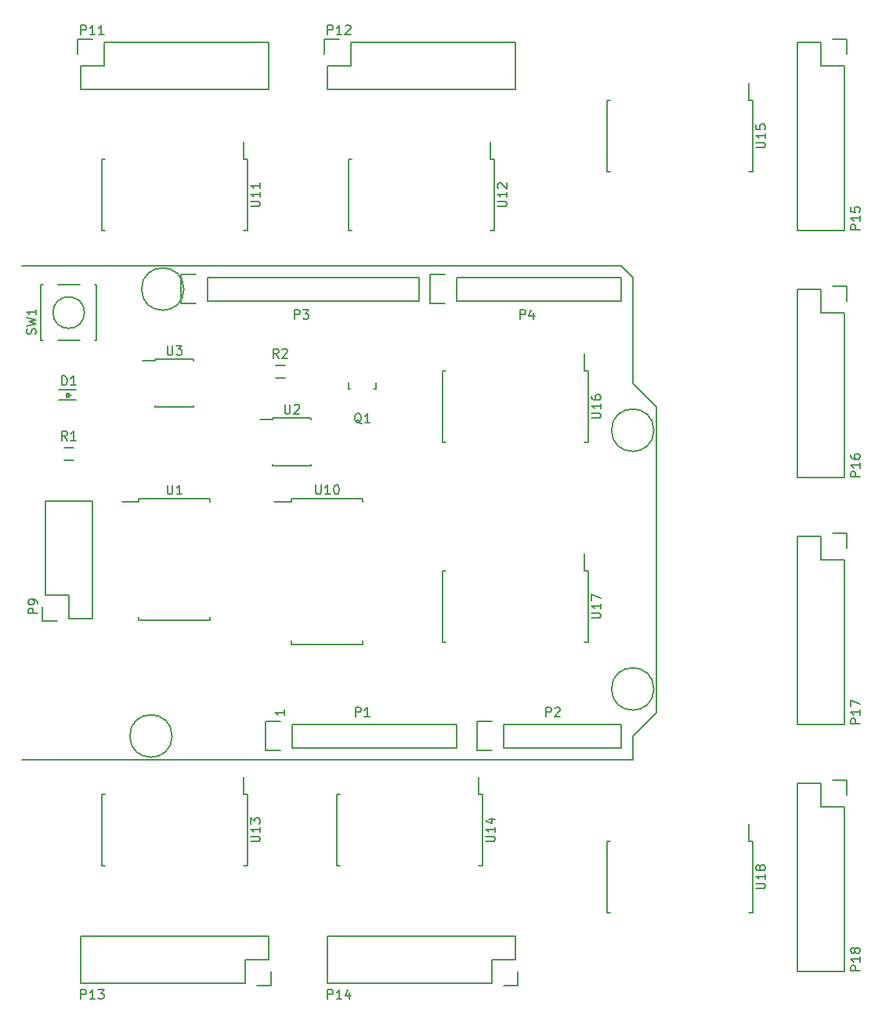
<source format=gbr>
G04 #@! TF.FileFunction,Legend,Top*
%FSLAX46Y46*%
G04 Gerber Fmt 4.6, Leading zero omitted, Abs format (unit mm)*
G04 Created by KiCad (PCBNEW 4.0.1-stable) date 2016-04-15 14:26:27*
%MOMM*%
G01*
G04 APERTURE LIST*
%ADD10C,0.100000*%
%ADD11C,0.150000*%
G04 APERTURE END LIST*
D10*
D11*
X94488000Y-120015000D02*
X28448000Y-120015000D01*
X93218000Y-66675000D02*
X28448000Y-66675000D01*
X94488000Y-67945000D02*
X93218000Y-66675000D01*
X94488000Y-79375000D02*
X94488000Y-67945000D01*
X97028000Y-81915000D02*
X94488000Y-79375000D01*
X97028000Y-114935000D02*
X97028000Y-81915000D01*
X94488000Y-117475000D02*
X97028000Y-114935000D01*
X94488000Y-120015000D02*
X94488000Y-117475000D01*
X56840381Y-114649285D02*
X56840381Y-115220714D01*
X56840381Y-114935000D02*
X55840381Y-114935000D01*
X55983238Y-115030238D01*
X56078476Y-115125476D01*
X56126095Y-115220714D01*
X57658000Y-118745000D02*
X75438000Y-118745000D01*
X75438000Y-118745000D02*
X75438000Y-116205000D01*
X75438000Y-116205000D02*
X57658000Y-116205000D01*
X54838000Y-119025000D02*
X56388000Y-119025000D01*
X57658000Y-118745000D02*
X57658000Y-116205000D01*
X56388000Y-115925000D02*
X54838000Y-115925000D01*
X54838000Y-115925000D02*
X54838000Y-119025000D01*
X80518000Y-118745000D02*
X93218000Y-118745000D01*
X93218000Y-118745000D02*
X93218000Y-116205000D01*
X93218000Y-116205000D02*
X80518000Y-116205000D01*
X77698000Y-119025000D02*
X79248000Y-119025000D01*
X80518000Y-118745000D02*
X80518000Y-116205000D01*
X79248000Y-115925000D02*
X77698000Y-115925000D01*
X77698000Y-115925000D02*
X77698000Y-119025000D01*
X48514000Y-70485000D02*
X71374000Y-70485000D01*
X71374000Y-70485000D02*
X71374000Y-67945000D01*
X71374000Y-67945000D02*
X48514000Y-67945000D01*
X45694000Y-70765000D02*
X47244000Y-70765000D01*
X48514000Y-70485000D02*
X48514000Y-67945000D01*
X47244000Y-67665000D02*
X45694000Y-67665000D01*
X45694000Y-67665000D02*
X45694000Y-70765000D01*
X75438000Y-70485000D02*
X93218000Y-70485000D01*
X93218000Y-70485000D02*
X93218000Y-67945000D01*
X93218000Y-67945000D02*
X75438000Y-67945000D01*
X72618000Y-70765000D02*
X74168000Y-70765000D01*
X75438000Y-70485000D02*
X75438000Y-67945000D01*
X74168000Y-67665000D02*
X72618000Y-67665000D01*
X72618000Y-67665000D02*
X72618000Y-70765000D01*
X44704000Y-117475000D02*
G75*
G03X44704000Y-117475000I-2286000J0D01*
G01*
X96774000Y-112395000D02*
G75*
G03X96774000Y-112395000I-2286000J0D01*
G01*
X45974000Y-69215000D02*
G75*
G03X45974000Y-69215000I-2286000J0D01*
G01*
X96774000Y-84455000D02*
G75*
G03X96774000Y-84455000I-2286000J0D01*
G01*
X55118000Y-47625000D02*
X34798000Y-47625000D01*
X37338000Y-42545000D02*
X55118000Y-42545000D01*
X55118000Y-47625000D02*
X55118000Y-42545000D01*
X34798000Y-47625000D02*
X34798000Y-45085000D01*
X36068000Y-42265000D02*
X34518000Y-42265000D01*
X34798000Y-45085000D02*
X37338000Y-45085000D01*
X37338000Y-45085000D02*
X37338000Y-42545000D01*
X34518000Y-42265000D02*
X34518000Y-43815000D01*
X81788000Y-47625000D02*
X61468000Y-47625000D01*
X64008000Y-42545000D02*
X81788000Y-42545000D01*
X81788000Y-47625000D02*
X81788000Y-42545000D01*
X61468000Y-47625000D02*
X61468000Y-45085000D01*
X62738000Y-42265000D02*
X61188000Y-42265000D01*
X61468000Y-45085000D02*
X64008000Y-45085000D01*
X64008000Y-45085000D02*
X64008000Y-42545000D01*
X61188000Y-42265000D02*
X61188000Y-43815000D01*
X34798000Y-139065000D02*
X55118000Y-139065000D01*
X52578000Y-144145000D02*
X34798000Y-144145000D01*
X34798000Y-139065000D02*
X34798000Y-144145000D01*
X55118000Y-139065000D02*
X55118000Y-141605000D01*
X53848000Y-144425000D02*
X55398000Y-144425000D01*
X55118000Y-141605000D02*
X52578000Y-141605000D01*
X52578000Y-141605000D02*
X52578000Y-144145000D01*
X55398000Y-144425000D02*
X55398000Y-142875000D01*
X41083000Y-91850000D02*
X41083000Y-92185000D01*
X48833000Y-91850000D02*
X48833000Y-92185000D01*
X48833000Y-105000000D02*
X48833000Y-104665000D01*
X41083000Y-105000000D02*
X41083000Y-104665000D01*
X41083000Y-91850000D02*
X48833000Y-91850000D01*
X41083000Y-105000000D02*
X48833000Y-105000000D01*
X41083000Y-92185000D02*
X39283000Y-92185000D01*
X55583000Y-83150000D02*
X55583000Y-83295000D01*
X59733000Y-83150000D02*
X59733000Y-83295000D01*
X59733000Y-88300000D02*
X59733000Y-88155000D01*
X55583000Y-88300000D02*
X55583000Y-88155000D01*
X55583000Y-83150000D02*
X59733000Y-83150000D01*
X55583000Y-88300000D02*
X59733000Y-88300000D01*
X55583000Y-83295000D02*
X54183000Y-83295000D01*
X61468000Y-139065000D02*
X81788000Y-139065000D01*
X79248000Y-144145000D02*
X61468000Y-144145000D01*
X61468000Y-139065000D02*
X61468000Y-144145000D01*
X81788000Y-139065000D02*
X81788000Y-141605000D01*
X80518000Y-144425000D02*
X82068000Y-144425000D01*
X81788000Y-141605000D02*
X79248000Y-141605000D01*
X79248000Y-141605000D02*
X79248000Y-144145000D01*
X82068000Y-144425000D02*
X82068000Y-142875000D01*
X78233000Y-123760000D02*
X77868000Y-123760000D01*
X78233000Y-131510000D02*
X77868000Y-131510000D01*
X62483000Y-131510000D02*
X62848000Y-131510000D01*
X62483000Y-123760000D02*
X62848000Y-123760000D01*
X78233000Y-123760000D02*
X78233000Y-131510000D01*
X62483000Y-123760000D02*
X62483000Y-131510000D01*
X77868000Y-123760000D02*
X77868000Y-121935000D01*
X42883000Y-76800000D02*
X42883000Y-76945000D01*
X47033000Y-76800000D02*
X47033000Y-76945000D01*
X47033000Y-81950000D02*
X47033000Y-81805000D01*
X42883000Y-81950000D02*
X42883000Y-81805000D01*
X42883000Y-76800000D02*
X47033000Y-76800000D01*
X42883000Y-81950000D02*
X47033000Y-81950000D01*
X42883000Y-76945000D02*
X41483000Y-76945000D01*
X57593000Y-91820000D02*
X57593000Y-92185000D01*
X65343000Y-91820000D02*
X65343000Y-92185000D01*
X65343000Y-107570000D02*
X65343000Y-107205000D01*
X57593000Y-107570000D02*
X57593000Y-107205000D01*
X57593000Y-91820000D02*
X65343000Y-91820000D01*
X57593000Y-107570000D02*
X65343000Y-107570000D01*
X57593000Y-92185000D02*
X55768000Y-92185000D01*
X52833000Y-55180000D02*
X52468000Y-55180000D01*
X52833000Y-62930000D02*
X52468000Y-62930000D01*
X37083000Y-62930000D02*
X37448000Y-62930000D01*
X37083000Y-55180000D02*
X37448000Y-55180000D01*
X52833000Y-55180000D02*
X52833000Y-62930000D01*
X37083000Y-55180000D02*
X37083000Y-62930000D01*
X52468000Y-55180000D02*
X52468000Y-53355000D01*
X79503000Y-55180000D02*
X79138000Y-55180000D01*
X79503000Y-62930000D02*
X79138000Y-62930000D01*
X63753000Y-62930000D02*
X64118000Y-62930000D01*
X63753000Y-55180000D02*
X64118000Y-55180000D01*
X79503000Y-55180000D02*
X79503000Y-62930000D01*
X63753000Y-55180000D02*
X63753000Y-62930000D01*
X79138000Y-55180000D02*
X79138000Y-53355000D01*
X52833000Y-123760000D02*
X52468000Y-123760000D01*
X52833000Y-131510000D02*
X52468000Y-131510000D01*
X37083000Y-131510000D02*
X37448000Y-131510000D01*
X37083000Y-123760000D02*
X37448000Y-123760000D01*
X52833000Y-123760000D02*
X52833000Y-131510000D01*
X37083000Y-123760000D02*
X37083000Y-131510000D01*
X52468000Y-123760000D02*
X52468000Y-121935000D01*
X36068000Y-104775000D02*
X36068000Y-92075000D01*
X36068000Y-92075000D02*
X30988000Y-92075000D01*
X30988000Y-92075000D02*
X30988000Y-102235000D01*
X36068000Y-104775000D02*
X33528000Y-104775000D01*
X30708000Y-103505000D02*
X30708000Y-105055000D01*
X33528000Y-104775000D02*
X33528000Y-102235000D01*
X33528000Y-102235000D02*
X30988000Y-102235000D01*
X30708000Y-105055000D02*
X32258000Y-105055000D01*
X112268000Y-62865000D02*
X112268000Y-42545000D01*
X117348000Y-45085000D02*
X117348000Y-62865000D01*
X112268000Y-62865000D02*
X117348000Y-62865000D01*
X112268000Y-42545000D02*
X114808000Y-42545000D01*
X117628000Y-43815000D02*
X117628000Y-42265000D01*
X114808000Y-42545000D02*
X114808000Y-45085000D01*
X114808000Y-45085000D02*
X117348000Y-45085000D01*
X117628000Y-42265000D02*
X116078000Y-42265000D01*
X112268000Y-89535000D02*
X112268000Y-69215000D01*
X117348000Y-71755000D02*
X117348000Y-89535000D01*
X112268000Y-89535000D02*
X117348000Y-89535000D01*
X112268000Y-69215000D02*
X114808000Y-69215000D01*
X117628000Y-70485000D02*
X117628000Y-68935000D01*
X114808000Y-69215000D02*
X114808000Y-71755000D01*
X114808000Y-71755000D02*
X117348000Y-71755000D01*
X117628000Y-68935000D02*
X116078000Y-68935000D01*
X112268000Y-116205000D02*
X112268000Y-95885000D01*
X117348000Y-98425000D02*
X117348000Y-116205000D01*
X112268000Y-116205000D02*
X117348000Y-116205000D01*
X112268000Y-95885000D02*
X114808000Y-95885000D01*
X117628000Y-97155000D02*
X117628000Y-95605000D01*
X114808000Y-95885000D02*
X114808000Y-98425000D01*
X114808000Y-98425000D02*
X117348000Y-98425000D01*
X117628000Y-95605000D02*
X116078000Y-95605000D01*
X112268000Y-142875000D02*
X112268000Y-122555000D01*
X117348000Y-125095000D02*
X117348000Y-142875000D01*
X112268000Y-142875000D02*
X117348000Y-142875000D01*
X112268000Y-122555000D02*
X114808000Y-122555000D01*
X117628000Y-123825000D02*
X117628000Y-122275000D01*
X114808000Y-122555000D02*
X114808000Y-125095000D01*
X114808000Y-125095000D02*
X117348000Y-125095000D01*
X117628000Y-122275000D02*
X116078000Y-122275000D01*
X107443000Y-48830000D02*
X107078000Y-48830000D01*
X107443000Y-56580000D02*
X107078000Y-56580000D01*
X91693000Y-56580000D02*
X92058000Y-56580000D01*
X91693000Y-48830000D02*
X92058000Y-48830000D01*
X107443000Y-48830000D02*
X107443000Y-56580000D01*
X91693000Y-48830000D02*
X91693000Y-56580000D01*
X107078000Y-48830000D02*
X107078000Y-47005000D01*
X89663000Y-78040000D02*
X89298000Y-78040000D01*
X89663000Y-85790000D02*
X89298000Y-85790000D01*
X73913000Y-85790000D02*
X74278000Y-85790000D01*
X73913000Y-78040000D02*
X74278000Y-78040000D01*
X89663000Y-78040000D02*
X89663000Y-85790000D01*
X73913000Y-78040000D02*
X73913000Y-85790000D01*
X89298000Y-78040000D02*
X89298000Y-76215000D01*
X89663000Y-99630000D02*
X89298000Y-99630000D01*
X89663000Y-107380000D02*
X89298000Y-107380000D01*
X73913000Y-107380000D02*
X74278000Y-107380000D01*
X73913000Y-99630000D02*
X74278000Y-99630000D01*
X89663000Y-99630000D02*
X89663000Y-107380000D01*
X73913000Y-99630000D02*
X73913000Y-107380000D01*
X89298000Y-99630000D02*
X89298000Y-97805000D01*
X107443000Y-128840000D02*
X107078000Y-128840000D01*
X107443000Y-136590000D02*
X107078000Y-136590000D01*
X91693000Y-136590000D02*
X92058000Y-136590000D01*
X91693000Y-128840000D02*
X92058000Y-128840000D01*
X107443000Y-128840000D02*
X107443000Y-136590000D01*
X91693000Y-128840000D02*
X91693000Y-136590000D01*
X107078000Y-128840000D02*
X107078000Y-127015000D01*
X32428000Y-81195000D02*
X34328000Y-81195000D01*
X32428000Y-80095000D02*
X34328000Y-80095000D01*
X33328000Y-80645000D02*
X33778000Y-80645000D01*
X33278000Y-80395000D02*
X33278000Y-80895000D01*
X33278000Y-80645000D02*
X33528000Y-80395000D01*
X33528000Y-80395000D02*
X33528000Y-80895000D01*
X33528000Y-80895000D02*
X33278000Y-80645000D01*
X66777820Y-79324200D02*
X66777820Y-80025240D01*
X66777820Y-80025240D02*
X66528900Y-80025240D01*
X63978840Y-80025240D02*
X63778180Y-80025240D01*
X63778180Y-80025240D02*
X63778180Y-79324200D01*
X34028000Y-87670000D02*
X33028000Y-87670000D01*
X33028000Y-86320000D02*
X34028000Y-86320000D01*
X56888000Y-78780000D02*
X55888000Y-78780000D01*
X55888000Y-77430000D02*
X56888000Y-77430000D01*
X30528000Y-68755000D02*
X30728000Y-68755000D01*
X36528000Y-68755000D02*
X36328000Y-68755000D01*
X36528000Y-74755000D02*
X36328000Y-74755000D01*
X30528000Y-74755000D02*
X30728000Y-74755000D01*
X32328000Y-74755000D02*
X34728000Y-74755000D01*
X32328000Y-68755000D02*
X34728000Y-68755000D01*
X30528000Y-68755000D02*
X30528000Y-74755000D01*
X36528000Y-74755000D02*
X36528000Y-68755000D01*
X35228000Y-71755000D02*
G75*
G03X35228000Y-71755000I-1700000J0D01*
G01*
X64539905Y-115387381D02*
X64539905Y-114387381D01*
X64920858Y-114387381D01*
X65016096Y-114435000D01*
X65063715Y-114482619D01*
X65111334Y-114577857D01*
X65111334Y-114720714D01*
X65063715Y-114815952D01*
X65016096Y-114863571D01*
X64920858Y-114911190D01*
X64539905Y-114911190D01*
X66063715Y-115387381D02*
X65492286Y-115387381D01*
X65778000Y-115387381D02*
X65778000Y-114387381D01*
X65682762Y-114530238D01*
X65587524Y-114625476D01*
X65492286Y-114673095D01*
X85113905Y-115387381D02*
X85113905Y-114387381D01*
X85494858Y-114387381D01*
X85590096Y-114435000D01*
X85637715Y-114482619D01*
X85685334Y-114577857D01*
X85685334Y-114720714D01*
X85637715Y-114815952D01*
X85590096Y-114863571D01*
X85494858Y-114911190D01*
X85113905Y-114911190D01*
X86066286Y-114482619D02*
X86113905Y-114435000D01*
X86209143Y-114387381D01*
X86447239Y-114387381D01*
X86542477Y-114435000D01*
X86590096Y-114482619D01*
X86637715Y-114577857D01*
X86637715Y-114673095D01*
X86590096Y-114815952D01*
X86018667Y-115387381D01*
X86637715Y-115387381D01*
X57935905Y-72461381D02*
X57935905Y-71461381D01*
X58316858Y-71461381D01*
X58412096Y-71509000D01*
X58459715Y-71556619D01*
X58507334Y-71651857D01*
X58507334Y-71794714D01*
X58459715Y-71889952D01*
X58412096Y-71937571D01*
X58316858Y-71985190D01*
X57935905Y-71985190D01*
X58840667Y-71461381D02*
X59459715Y-71461381D01*
X59126381Y-71842333D01*
X59269239Y-71842333D01*
X59364477Y-71889952D01*
X59412096Y-71937571D01*
X59459715Y-72032810D01*
X59459715Y-72270905D01*
X59412096Y-72366143D01*
X59364477Y-72413762D01*
X59269239Y-72461381D01*
X58983524Y-72461381D01*
X58888286Y-72413762D01*
X58840667Y-72366143D01*
X82319905Y-72461381D02*
X82319905Y-71461381D01*
X82700858Y-71461381D01*
X82796096Y-71509000D01*
X82843715Y-71556619D01*
X82891334Y-71651857D01*
X82891334Y-71794714D01*
X82843715Y-71889952D01*
X82796096Y-71937571D01*
X82700858Y-71985190D01*
X82319905Y-71985190D01*
X83748477Y-71794714D02*
X83748477Y-72461381D01*
X83510381Y-71413762D02*
X83272286Y-72128048D01*
X83891334Y-72128048D01*
X34853714Y-41727381D02*
X34853714Y-40727381D01*
X35234667Y-40727381D01*
X35329905Y-40775000D01*
X35377524Y-40822619D01*
X35425143Y-40917857D01*
X35425143Y-41060714D01*
X35377524Y-41155952D01*
X35329905Y-41203571D01*
X35234667Y-41251190D01*
X34853714Y-41251190D01*
X36377524Y-41727381D02*
X35806095Y-41727381D01*
X36091809Y-41727381D02*
X36091809Y-40727381D01*
X35996571Y-40870238D01*
X35901333Y-40965476D01*
X35806095Y-41013095D01*
X37329905Y-41727381D02*
X36758476Y-41727381D01*
X37044190Y-41727381D02*
X37044190Y-40727381D01*
X36948952Y-40870238D01*
X36853714Y-40965476D01*
X36758476Y-41013095D01*
X61523714Y-41727381D02*
X61523714Y-40727381D01*
X61904667Y-40727381D01*
X61999905Y-40775000D01*
X62047524Y-40822619D01*
X62095143Y-40917857D01*
X62095143Y-41060714D01*
X62047524Y-41155952D01*
X61999905Y-41203571D01*
X61904667Y-41251190D01*
X61523714Y-41251190D01*
X63047524Y-41727381D02*
X62476095Y-41727381D01*
X62761809Y-41727381D02*
X62761809Y-40727381D01*
X62666571Y-40870238D01*
X62571333Y-40965476D01*
X62476095Y-41013095D01*
X63428476Y-40822619D02*
X63476095Y-40775000D01*
X63571333Y-40727381D01*
X63809429Y-40727381D01*
X63904667Y-40775000D01*
X63952286Y-40822619D01*
X63999905Y-40917857D01*
X63999905Y-41013095D01*
X63952286Y-41155952D01*
X63380857Y-41727381D01*
X63999905Y-41727381D01*
X34853714Y-145867381D02*
X34853714Y-144867381D01*
X35234667Y-144867381D01*
X35329905Y-144915000D01*
X35377524Y-144962619D01*
X35425143Y-145057857D01*
X35425143Y-145200714D01*
X35377524Y-145295952D01*
X35329905Y-145343571D01*
X35234667Y-145391190D01*
X34853714Y-145391190D01*
X36377524Y-145867381D02*
X35806095Y-145867381D01*
X36091809Y-145867381D02*
X36091809Y-144867381D01*
X35996571Y-145010238D01*
X35901333Y-145105476D01*
X35806095Y-145153095D01*
X36710857Y-144867381D02*
X37329905Y-144867381D01*
X36996571Y-145248333D01*
X37139429Y-145248333D01*
X37234667Y-145295952D01*
X37282286Y-145343571D01*
X37329905Y-145438810D01*
X37329905Y-145676905D01*
X37282286Y-145772143D01*
X37234667Y-145819762D01*
X37139429Y-145867381D01*
X36853714Y-145867381D01*
X36758476Y-145819762D01*
X36710857Y-145772143D01*
X44196095Y-90377381D02*
X44196095Y-91186905D01*
X44243714Y-91282143D01*
X44291333Y-91329762D01*
X44386571Y-91377381D01*
X44577048Y-91377381D01*
X44672286Y-91329762D01*
X44719905Y-91282143D01*
X44767524Y-91186905D01*
X44767524Y-90377381D01*
X45767524Y-91377381D02*
X45196095Y-91377381D01*
X45481809Y-91377381D02*
X45481809Y-90377381D01*
X45386571Y-90520238D01*
X45291333Y-90615476D01*
X45196095Y-90663095D01*
X56896095Y-81677381D02*
X56896095Y-82486905D01*
X56943714Y-82582143D01*
X56991333Y-82629762D01*
X57086571Y-82677381D01*
X57277048Y-82677381D01*
X57372286Y-82629762D01*
X57419905Y-82582143D01*
X57467524Y-82486905D01*
X57467524Y-81677381D01*
X57896095Y-81772619D02*
X57943714Y-81725000D01*
X58038952Y-81677381D01*
X58277048Y-81677381D01*
X58372286Y-81725000D01*
X58419905Y-81772619D01*
X58467524Y-81867857D01*
X58467524Y-81963095D01*
X58419905Y-82105952D01*
X57848476Y-82677381D01*
X58467524Y-82677381D01*
X61523714Y-145867381D02*
X61523714Y-144867381D01*
X61904667Y-144867381D01*
X61999905Y-144915000D01*
X62047524Y-144962619D01*
X62095143Y-145057857D01*
X62095143Y-145200714D01*
X62047524Y-145295952D01*
X61999905Y-145343571D01*
X61904667Y-145391190D01*
X61523714Y-145391190D01*
X63047524Y-145867381D02*
X62476095Y-145867381D01*
X62761809Y-145867381D02*
X62761809Y-144867381D01*
X62666571Y-145010238D01*
X62571333Y-145105476D01*
X62476095Y-145153095D01*
X63904667Y-145200714D02*
X63904667Y-145867381D01*
X63666571Y-144819762D02*
X63428476Y-145534048D01*
X64047524Y-145534048D01*
X78610381Y-128873095D02*
X79419905Y-128873095D01*
X79515143Y-128825476D01*
X79562762Y-128777857D01*
X79610381Y-128682619D01*
X79610381Y-128492142D01*
X79562762Y-128396904D01*
X79515143Y-128349285D01*
X79419905Y-128301666D01*
X78610381Y-128301666D01*
X79610381Y-127301666D02*
X79610381Y-127873095D01*
X79610381Y-127587381D02*
X78610381Y-127587381D01*
X78753238Y-127682619D01*
X78848476Y-127777857D01*
X78896095Y-127873095D01*
X78943714Y-126444523D02*
X79610381Y-126444523D01*
X78562762Y-126682619D02*
X79277048Y-126920714D01*
X79277048Y-126301666D01*
X44196095Y-75327381D02*
X44196095Y-76136905D01*
X44243714Y-76232143D01*
X44291333Y-76279762D01*
X44386571Y-76327381D01*
X44577048Y-76327381D01*
X44672286Y-76279762D01*
X44719905Y-76232143D01*
X44767524Y-76136905D01*
X44767524Y-75327381D01*
X45148476Y-75327381D02*
X45767524Y-75327381D01*
X45434190Y-75708333D01*
X45577048Y-75708333D01*
X45672286Y-75755952D01*
X45719905Y-75803571D01*
X45767524Y-75898810D01*
X45767524Y-76136905D01*
X45719905Y-76232143D01*
X45672286Y-76279762D01*
X45577048Y-76327381D01*
X45291333Y-76327381D01*
X45196095Y-76279762D01*
X45148476Y-76232143D01*
X60229905Y-90347381D02*
X60229905Y-91156905D01*
X60277524Y-91252143D01*
X60325143Y-91299762D01*
X60420381Y-91347381D01*
X60610858Y-91347381D01*
X60706096Y-91299762D01*
X60753715Y-91252143D01*
X60801334Y-91156905D01*
X60801334Y-90347381D01*
X61801334Y-91347381D02*
X61229905Y-91347381D01*
X61515619Y-91347381D02*
X61515619Y-90347381D01*
X61420381Y-90490238D01*
X61325143Y-90585476D01*
X61229905Y-90633095D01*
X62420381Y-90347381D02*
X62515620Y-90347381D01*
X62610858Y-90395000D01*
X62658477Y-90442619D01*
X62706096Y-90537857D01*
X62753715Y-90728333D01*
X62753715Y-90966429D01*
X62706096Y-91156905D01*
X62658477Y-91252143D01*
X62610858Y-91299762D01*
X62515620Y-91347381D01*
X62420381Y-91347381D01*
X62325143Y-91299762D01*
X62277524Y-91252143D01*
X62229905Y-91156905D01*
X62182286Y-90966429D01*
X62182286Y-90728333D01*
X62229905Y-90537857D01*
X62277524Y-90442619D01*
X62325143Y-90395000D01*
X62420381Y-90347381D01*
X53210381Y-60293095D02*
X54019905Y-60293095D01*
X54115143Y-60245476D01*
X54162762Y-60197857D01*
X54210381Y-60102619D01*
X54210381Y-59912142D01*
X54162762Y-59816904D01*
X54115143Y-59769285D01*
X54019905Y-59721666D01*
X53210381Y-59721666D01*
X54210381Y-58721666D02*
X54210381Y-59293095D01*
X54210381Y-59007381D02*
X53210381Y-59007381D01*
X53353238Y-59102619D01*
X53448476Y-59197857D01*
X53496095Y-59293095D01*
X54210381Y-57769285D02*
X54210381Y-58340714D01*
X54210381Y-58055000D02*
X53210381Y-58055000D01*
X53353238Y-58150238D01*
X53448476Y-58245476D01*
X53496095Y-58340714D01*
X79880381Y-60293095D02*
X80689905Y-60293095D01*
X80785143Y-60245476D01*
X80832762Y-60197857D01*
X80880381Y-60102619D01*
X80880381Y-59912142D01*
X80832762Y-59816904D01*
X80785143Y-59769285D01*
X80689905Y-59721666D01*
X79880381Y-59721666D01*
X80880381Y-58721666D02*
X80880381Y-59293095D01*
X80880381Y-59007381D02*
X79880381Y-59007381D01*
X80023238Y-59102619D01*
X80118476Y-59197857D01*
X80166095Y-59293095D01*
X79975619Y-58340714D02*
X79928000Y-58293095D01*
X79880381Y-58197857D01*
X79880381Y-57959761D01*
X79928000Y-57864523D01*
X79975619Y-57816904D01*
X80070857Y-57769285D01*
X80166095Y-57769285D01*
X80308952Y-57816904D01*
X80880381Y-58388333D01*
X80880381Y-57769285D01*
X53210381Y-128873095D02*
X54019905Y-128873095D01*
X54115143Y-128825476D01*
X54162762Y-128777857D01*
X54210381Y-128682619D01*
X54210381Y-128492142D01*
X54162762Y-128396904D01*
X54115143Y-128349285D01*
X54019905Y-128301666D01*
X53210381Y-128301666D01*
X54210381Y-127301666D02*
X54210381Y-127873095D01*
X54210381Y-127587381D02*
X53210381Y-127587381D01*
X53353238Y-127682619D01*
X53448476Y-127777857D01*
X53496095Y-127873095D01*
X53210381Y-126968333D02*
X53210381Y-126349285D01*
X53591333Y-126682619D01*
X53591333Y-126539761D01*
X53638952Y-126444523D01*
X53686571Y-126396904D01*
X53781810Y-126349285D01*
X54019905Y-126349285D01*
X54115143Y-126396904D01*
X54162762Y-126444523D01*
X54210381Y-126539761D01*
X54210381Y-126825476D01*
X54162762Y-126920714D01*
X54115143Y-126968333D01*
X30170381Y-104243095D02*
X29170381Y-104243095D01*
X29170381Y-103862142D01*
X29218000Y-103766904D01*
X29265619Y-103719285D01*
X29360857Y-103671666D01*
X29503714Y-103671666D01*
X29598952Y-103719285D01*
X29646571Y-103766904D01*
X29694190Y-103862142D01*
X29694190Y-104243095D01*
X30170381Y-103195476D02*
X30170381Y-103005000D01*
X30122762Y-102909761D01*
X30075143Y-102862142D01*
X29932286Y-102766904D01*
X29741810Y-102719285D01*
X29360857Y-102719285D01*
X29265619Y-102766904D01*
X29218000Y-102814523D01*
X29170381Y-102909761D01*
X29170381Y-103100238D01*
X29218000Y-103195476D01*
X29265619Y-103243095D01*
X29360857Y-103290714D01*
X29598952Y-103290714D01*
X29694190Y-103243095D01*
X29741810Y-103195476D01*
X29789429Y-103100238D01*
X29789429Y-102909761D01*
X29741810Y-102814523D01*
X29694190Y-102766904D01*
X29598952Y-102719285D01*
X119070381Y-62809286D02*
X118070381Y-62809286D01*
X118070381Y-62428333D01*
X118118000Y-62333095D01*
X118165619Y-62285476D01*
X118260857Y-62237857D01*
X118403714Y-62237857D01*
X118498952Y-62285476D01*
X118546571Y-62333095D01*
X118594190Y-62428333D01*
X118594190Y-62809286D01*
X119070381Y-61285476D02*
X119070381Y-61856905D01*
X119070381Y-61571191D02*
X118070381Y-61571191D01*
X118213238Y-61666429D01*
X118308476Y-61761667D01*
X118356095Y-61856905D01*
X118070381Y-60380714D02*
X118070381Y-60856905D01*
X118546571Y-60904524D01*
X118498952Y-60856905D01*
X118451333Y-60761667D01*
X118451333Y-60523571D01*
X118498952Y-60428333D01*
X118546571Y-60380714D01*
X118641810Y-60333095D01*
X118879905Y-60333095D01*
X118975143Y-60380714D01*
X119022762Y-60428333D01*
X119070381Y-60523571D01*
X119070381Y-60761667D01*
X119022762Y-60856905D01*
X118975143Y-60904524D01*
X119070381Y-89479286D02*
X118070381Y-89479286D01*
X118070381Y-89098333D01*
X118118000Y-89003095D01*
X118165619Y-88955476D01*
X118260857Y-88907857D01*
X118403714Y-88907857D01*
X118498952Y-88955476D01*
X118546571Y-89003095D01*
X118594190Y-89098333D01*
X118594190Y-89479286D01*
X119070381Y-87955476D02*
X119070381Y-88526905D01*
X119070381Y-88241191D02*
X118070381Y-88241191D01*
X118213238Y-88336429D01*
X118308476Y-88431667D01*
X118356095Y-88526905D01*
X118070381Y-87098333D02*
X118070381Y-87288810D01*
X118118000Y-87384048D01*
X118165619Y-87431667D01*
X118308476Y-87526905D01*
X118498952Y-87574524D01*
X118879905Y-87574524D01*
X118975143Y-87526905D01*
X119022762Y-87479286D01*
X119070381Y-87384048D01*
X119070381Y-87193571D01*
X119022762Y-87098333D01*
X118975143Y-87050714D01*
X118879905Y-87003095D01*
X118641810Y-87003095D01*
X118546571Y-87050714D01*
X118498952Y-87098333D01*
X118451333Y-87193571D01*
X118451333Y-87384048D01*
X118498952Y-87479286D01*
X118546571Y-87526905D01*
X118641810Y-87574524D01*
X119070381Y-116149286D02*
X118070381Y-116149286D01*
X118070381Y-115768333D01*
X118118000Y-115673095D01*
X118165619Y-115625476D01*
X118260857Y-115577857D01*
X118403714Y-115577857D01*
X118498952Y-115625476D01*
X118546571Y-115673095D01*
X118594190Y-115768333D01*
X118594190Y-116149286D01*
X119070381Y-114625476D02*
X119070381Y-115196905D01*
X119070381Y-114911191D02*
X118070381Y-114911191D01*
X118213238Y-115006429D01*
X118308476Y-115101667D01*
X118356095Y-115196905D01*
X118070381Y-114292143D02*
X118070381Y-113625476D01*
X119070381Y-114054048D01*
X119070381Y-142819286D02*
X118070381Y-142819286D01*
X118070381Y-142438333D01*
X118118000Y-142343095D01*
X118165619Y-142295476D01*
X118260857Y-142247857D01*
X118403714Y-142247857D01*
X118498952Y-142295476D01*
X118546571Y-142343095D01*
X118594190Y-142438333D01*
X118594190Y-142819286D01*
X119070381Y-141295476D02*
X119070381Y-141866905D01*
X119070381Y-141581191D02*
X118070381Y-141581191D01*
X118213238Y-141676429D01*
X118308476Y-141771667D01*
X118356095Y-141866905D01*
X118498952Y-140724048D02*
X118451333Y-140819286D01*
X118403714Y-140866905D01*
X118308476Y-140914524D01*
X118260857Y-140914524D01*
X118165619Y-140866905D01*
X118118000Y-140819286D01*
X118070381Y-140724048D01*
X118070381Y-140533571D01*
X118118000Y-140438333D01*
X118165619Y-140390714D01*
X118260857Y-140343095D01*
X118308476Y-140343095D01*
X118403714Y-140390714D01*
X118451333Y-140438333D01*
X118498952Y-140533571D01*
X118498952Y-140724048D01*
X118546571Y-140819286D01*
X118594190Y-140866905D01*
X118689429Y-140914524D01*
X118879905Y-140914524D01*
X118975143Y-140866905D01*
X119022762Y-140819286D01*
X119070381Y-140724048D01*
X119070381Y-140533571D01*
X119022762Y-140438333D01*
X118975143Y-140390714D01*
X118879905Y-140343095D01*
X118689429Y-140343095D01*
X118594190Y-140390714D01*
X118546571Y-140438333D01*
X118498952Y-140533571D01*
X107820381Y-53943095D02*
X108629905Y-53943095D01*
X108725143Y-53895476D01*
X108772762Y-53847857D01*
X108820381Y-53752619D01*
X108820381Y-53562142D01*
X108772762Y-53466904D01*
X108725143Y-53419285D01*
X108629905Y-53371666D01*
X107820381Y-53371666D01*
X108820381Y-52371666D02*
X108820381Y-52943095D01*
X108820381Y-52657381D02*
X107820381Y-52657381D01*
X107963238Y-52752619D01*
X108058476Y-52847857D01*
X108106095Y-52943095D01*
X107820381Y-51466904D02*
X107820381Y-51943095D01*
X108296571Y-51990714D01*
X108248952Y-51943095D01*
X108201333Y-51847857D01*
X108201333Y-51609761D01*
X108248952Y-51514523D01*
X108296571Y-51466904D01*
X108391810Y-51419285D01*
X108629905Y-51419285D01*
X108725143Y-51466904D01*
X108772762Y-51514523D01*
X108820381Y-51609761D01*
X108820381Y-51847857D01*
X108772762Y-51943095D01*
X108725143Y-51990714D01*
X90040381Y-83153095D02*
X90849905Y-83153095D01*
X90945143Y-83105476D01*
X90992762Y-83057857D01*
X91040381Y-82962619D01*
X91040381Y-82772142D01*
X90992762Y-82676904D01*
X90945143Y-82629285D01*
X90849905Y-82581666D01*
X90040381Y-82581666D01*
X91040381Y-81581666D02*
X91040381Y-82153095D01*
X91040381Y-81867381D02*
X90040381Y-81867381D01*
X90183238Y-81962619D01*
X90278476Y-82057857D01*
X90326095Y-82153095D01*
X90040381Y-80724523D02*
X90040381Y-80915000D01*
X90088000Y-81010238D01*
X90135619Y-81057857D01*
X90278476Y-81153095D01*
X90468952Y-81200714D01*
X90849905Y-81200714D01*
X90945143Y-81153095D01*
X90992762Y-81105476D01*
X91040381Y-81010238D01*
X91040381Y-80819761D01*
X90992762Y-80724523D01*
X90945143Y-80676904D01*
X90849905Y-80629285D01*
X90611810Y-80629285D01*
X90516571Y-80676904D01*
X90468952Y-80724523D01*
X90421333Y-80819761D01*
X90421333Y-81010238D01*
X90468952Y-81105476D01*
X90516571Y-81153095D01*
X90611810Y-81200714D01*
X90040381Y-104743095D02*
X90849905Y-104743095D01*
X90945143Y-104695476D01*
X90992762Y-104647857D01*
X91040381Y-104552619D01*
X91040381Y-104362142D01*
X90992762Y-104266904D01*
X90945143Y-104219285D01*
X90849905Y-104171666D01*
X90040381Y-104171666D01*
X91040381Y-103171666D02*
X91040381Y-103743095D01*
X91040381Y-103457381D02*
X90040381Y-103457381D01*
X90183238Y-103552619D01*
X90278476Y-103647857D01*
X90326095Y-103743095D01*
X90040381Y-102838333D02*
X90040381Y-102171666D01*
X91040381Y-102600238D01*
X107820381Y-133953095D02*
X108629905Y-133953095D01*
X108725143Y-133905476D01*
X108772762Y-133857857D01*
X108820381Y-133762619D01*
X108820381Y-133572142D01*
X108772762Y-133476904D01*
X108725143Y-133429285D01*
X108629905Y-133381666D01*
X107820381Y-133381666D01*
X108820381Y-132381666D02*
X108820381Y-132953095D01*
X108820381Y-132667381D02*
X107820381Y-132667381D01*
X107963238Y-132762619D01*
X108058476Y-132857857D01*
X108106095Y-132953095D01*
X108248952Y-131810238D02*
X108201333Y-131905476D01*
X108153714Y-131953095D01*
X108058476Y-132000714D01*
X108010857Y-132000714D01*
X107915619Y-131953095D01*
X107868000Y-131905476D01*
X107820381Y-131810238D01*
X107820381Y-131619761D01*
X107868000Y-131524523D01*
X107915619Y-131476904D01*
X108010857Y-131429285D01*
X108058476Y-131429285D01*
X108153714Y-131476904D01*
X108201333Y-131524523D01*
X108248952Y-131619761D01*
X108248952Y-131810238D01*
X108296571Y-131905476D01*
X108344190Y-131953095D01*
X108439429Y-132000714D01*
X108629905Y-132000714D01*
X108725143Y-131953095D01*
X108772762Y-131905476D01*
X108820381Y-131810238D01*
X108820381Y-131619761D01*
X108772762Y-131524523D01*
X108725143Y-131476904D01*
X108629905Y-131429285D01*
X108439429Y-131429285D01*
X108344190Y-131476904D01*
X108296571Y-131524523D01*
X108248952Y-131619761D01*
X32789905Y-79597381D02*
X32789905Y-78597381D01*
X33028000Y-78597381D01*
X33170858Y-78645000D01*
X33266096Y-78740238D01*
X33313715Y-78835476D01*
X33361334Y-79025952D01*
X33361334Y-79168810D01*
X33313715Y-79359286D01*
X33266096Y-79454524D01*
X33170858Y-79549762D01*
X33028000Y-79597381D01*
X32789905Y-79597381D01*
X34313715Y-79597381D02*
X33742286Y-79597381D01*
X34028000Y-79597381D02*
X34028000Y-78597381D01*
X33932762Y-78740238D01*
X33837524Y-78835476D01*
X33742286Y-78883095D01*
X65182762Y-83732619D02*
X65087524Y-83685000D01*
X64992286Y-83589762D01*
X64849429Y-83446905D01*
X64754190Y-83399286D01*
X64658952Y-83399286D01*
X64706571Y-83637381D02*
X64611333Y-83589762D01*
X64516095Y-83494524D01*
X64468476Y-83304048D01*
X64468476Y-82970714D01*
X64516095Y-82780238D01*
X64611333Y-82685000D01*
X64706571Y-82637381D01*
X64897048Y-82637381D01*
X64992286Y-82685000D01*
X65087524Y-82780238D01*
X65135143Y-82970714D01*
X65135143Y-83304048D01*
X65087524Y-83494524D01*
X64992286Y-83589762D01*
X64897048Y-83637381D01*
X64706571Y-83637381D01*
X66087524Y-83637381D02*
X65516095Y-83637381D01*
X65801809Y-83637381D02*
X65801809Y-82637381D01*
X65706571Y-82780238D01*
X65611333Y-82875476D01*
X65516095Y-82923095D01*
X33361334Y-85547381D02*
X33028000Y-85071190D01*
X32789905Y-85547381D02*
X32789905Y-84547381D01*
X33170858Y-84547381D01*
X33266096Y-84595000D01*
X33313715Y-84642619D01*
X33361334Y-84737857D01*
X33361334Y-84880714D01*
X33313715Y-84975952D01*
X33266096Y-85023571D01*
X33170858Y-85071190D01*
X32789905Y-85071190D01*
X34313715Y-85547381D02*
X33742286Y-85547381D01*
X34028000Y-85547381D02*
X34028000Y-84547381D01*
X33932762Y-84690238D01*
X33837524Y-84785476D01*
X33742286Y-84833095D01*
X56221334Y-76657381D02*
X55888000Y-76181190D01*
X55649905Y-76657381D02*
X55649905Y-75657381D01*
X56030858Y-75657381D01*
X56126096Y-75705000D01*
X56173715Y-75752619D01*
X56221334Y-75847857D01*
X56221334Y-75990714D01*
X56173715Y-76085952D01*
X56126096Y-76133571D01*
X56030858Y-76181190D01*
X55649905Y-76181190D01*
X56602286Y-75752619D02*
X56649905Y-75705000D01*
X56745143Y-75657381D01*
X56983239Y-75657381D01*
X57078477Y-75705000D01*
X57126096Y-75752619D01*
X57173715Y-75847857D01*
X57173715Y-75943095D01*
X57126096Y-76085952D01*
X56554667Y-76657381D01*
X57173715Y-76657381D01*
X29932762Y-74088333D02*
X29980381Y-73945476D01*
X29980381Y-73707380D01*
X29932762Y-73612142D01*
X29885143Y-73564523D01*
X29789905Y-73516904D01*
X29694667Y-73516904D01*
X29599429Y-73564523D01*
X29551810Y-73612142D01*
X29504190Y-73707380D01*
X29456571Y-73897857D01*
X29408952Y-73993095D01*
X29361333Y-74040714D01*
X29266095Y-74088333D01*
X29170857Y-74088333D01*
X29075619Y-74040714D01*
X29028000Y-73993095D01*
X28980381Y-73897857D01*
X28980381Y-73659761D01*
X29028000Y-73516904D01*
X28980381Y-73183571D02*
X29980381Y-72945476D01*
X29266095Y-72754999D01*
X29980381Y-72564523D01*
X28980381Y-72326428D01*
X29980381Y-71421666D02*
X29980381Y-71993095D01*
X29980381Y-71707381D02*
X28980381Y-71707381D01*
X29123238Y-71802619D01*
X29218476Y-71897857D01*
X29266095Y-71993095D01*
M02*

</source>
